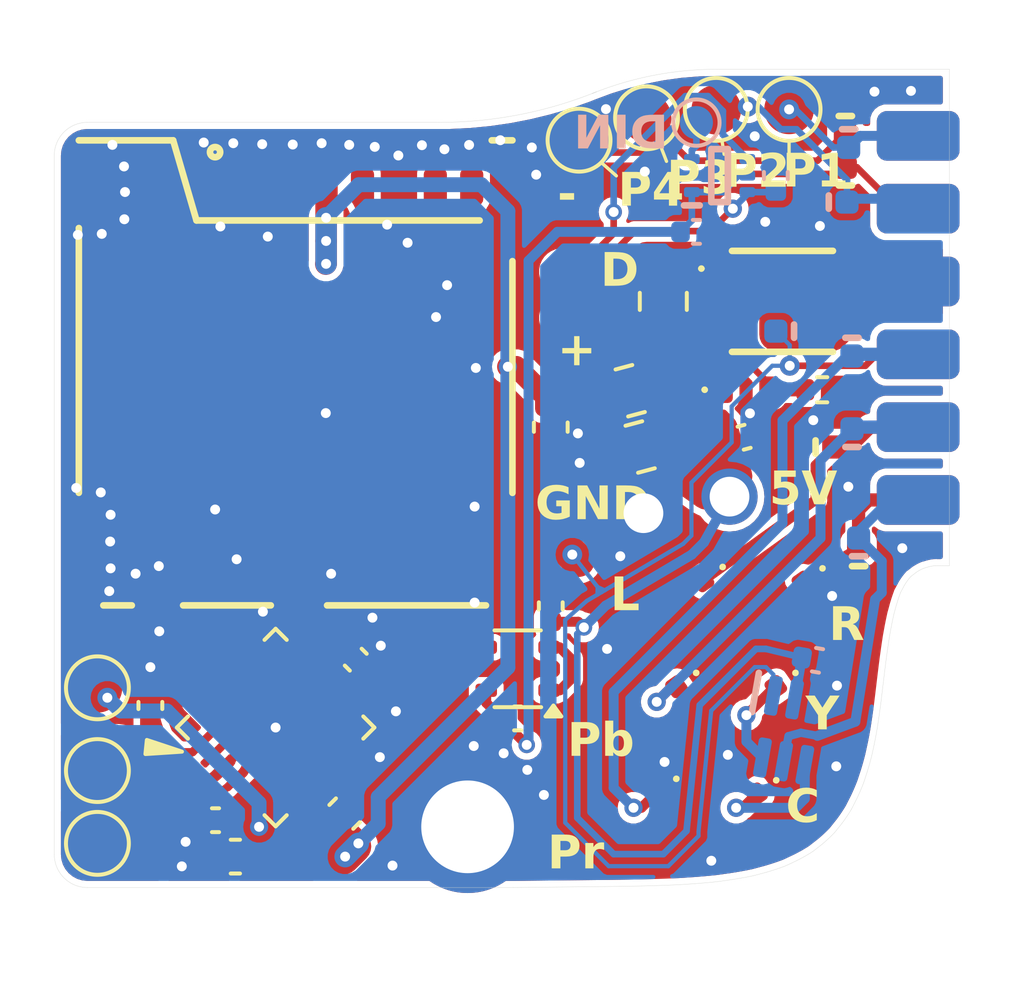
<source format=kicad_pcb>
(kicad_pcb
	(version 20241229)
	(generator "pcbnew")
	(generator_version "9.0")
	(general
		(thickness 0.6)
		(legacy_teardrops no)
	)
	(paper "A4")
	(layers
		(0 "F.Cu" signal)
		(2 "B.Cu" signal)
		(9 "F.Adhes" user "F.Adhesive")
		(11 "B.Adhes" user "B.Adhesive")
		(13 "F.Paste" user)
		(15 "B.Paste" user)
		(5 "F.SilkS" user "F.Silkscreen")
		(7 "B.SilkS" user "B.Silkscreen")
		(1 "F.Mask" user)
		(3 "B.Mask" user)
		(17 "Dwgs.User" user "User.Drawings")
		(19 "Cmts.User" user "User.Comments")
		(21 "Eco1.User" user "User.Eco1")
		(23 "Eco2.User" user "User.Eco2")
		(25 "Edge.Cuts" user)
		(27 "Margin" user)
		(31 "F.CrtYd" user "F.Courtyard")
		(29 "B.CrtYd" user "B.Courtyard")
		(35 "F.Fab" user)
		(33 "B.Fab" user)
		(39 "User.1" user)
		(41 "User.2" user)
		(43 "User.3" user)
		(45 "User.4" user)
		(47 "User.5" user)
		(49 "User.6" user)
		(51 "User.7" user)
		(53 "User.8" user)
		(55 "User.9" user)
	)
	(setup
		(stackup
			(layer "F.SilkS"
				(type "Top Silk Screen")
			)
			(layer "F.Paste"
				(type "Top Solder Paste")
			)
			(layer "F.Mask"
				(type "Top Solder Mask")
				(thickness 0.01)
			)
			(layer "F.Cu"
				(type "copper")
				(thickness 0.035)
			)
			(layer "dielectric 1"
				(type "core")
				(thickness 0.51)
				(material "FR4")
				(epsilon_r 4.5)
				(loss_tangent 0.02)
			)
			(layer "B.Cu"
				(type "copper")
				(thickness 0.035)
			)
			(layer "B.Mask"
				(type "Bottom Solder Mask")
				(thickness 0.01)
			)
			(layer "B.Paste"
				(type "Bottom Solder Paste")
			)
			(layer "B.SilkS"
				(type "Bottom Silk Screen")
			)
			(copper_finish "None")
			(dielectric_constraints no)
		)
		(pad_to_mask_clearance 0)
		(allow_soldermask_bridges_in_footprints no)
		(tenting front back)
		(aux_axis_origin 158.127131 122.98023)
		(grid_origin 145.640041 102.704906)
		(pcbplotparams
			(layerselection 0x00000000_00000000_000010fc_ffffffff)
			(plot_on_all_layers_selection 0x00000000_00000000_00000000_00000000)
			(disableapertmacros no)
			(usegerberextensions no)
			(usegerberattributes yes)
			(usegerberadvancedattributes yes)
			(creategerberjobfile yes)
			(dashed_line_dash_ratio 12.000000)
			(dashed_line_gap_ratio 3.000000)
			(svgprecision 4)
			(plotframeref no)
			(mode 1)
			(useauxorigin no)
			(hpglpennumber 1)
			(hpglpenspeed 20)
			(hpglpendiameter 15.000000)
			(pdf_front_fp_property_popups yes)
			(pdf_back_fp_property_popups yes)
			(pdf_metadata yes)
			(pdf_single_document no)
			(dxfpolygonmode yes)
			(dxfimperialunits yes)
			(dxfusepcbnewfont yes)
			(psnegative no)
			(psa4output no)
			(plot_black_and_white yes)
			(plotinvisibletext no)
			(sketchpadsonfab no)
			(plotpadnumbers no)
			(hidednponfab no)
			(sketchdnponfab yes)
			(crossoutdnponfab yes)
			(subtractmaskfromsilk no)
			(outputformat 1)
			(mirror no)
			(drillshape 0)
			(scaleselection 1)
			(outputdirectory "C:/Users/mksmith/Downloads/kawaiiSD/")
		)
	)
	(net 0 "")
	(net 1 "GND")
	(net 2 "Net-(U1-VDD)")
	(net 3 "SD_VCC")
	(net 4 "Net-(U1-SDREG)")
	(net 5 "SD_D0")
	(net 6 "SD_D3")
	(net 7 "SD_CLK")
	(net 8 "SD_D1")
	(net 9 "SD_D2")
	(net 10 "SD_CMD")
	(net 11 "D+")
	(net 12 "D-")
	(net 13 "+3.3V")
	(net 14 "+5V")
	(net 15 "Pr")
	(net 16 "Pb")
	(net 17 "Y{slash}CVBS")
	(net 18 "P1")
	(net 19 "P2")
	(net 20 "P4")
	(net 21 "P3")
	(net 22 "AUDIO_R")
	(net 23 "AUDIO_L")
	(net 24 "Mode")
	(net 25 "Net-(Z1-K)")
	(net 26 "Net-(Q1-G)")
	(net 27 "+1V8_ALW")
	(net 28 "RGB_IN")
	(net 29 "RGB_OUT")
	(net 30 "unconnected-(U3-NC-Pad4)")
	(net 31 "VIN")
	(net 32 "Y")
	(net 33 "CVBS")
	(footprint "SamacSys_Parts:oval_tp" (layer "F.Cu") (at 161.240041 106.204906 180))
	(footprint "TestPoint:TestPoint_Pad_D1.5mm" (layer "F.Cu") (at 167.840041 101.304906 -90))
	(footprint "Package_TO_SOT_SMD:SOT-353_SC-70-5" (layer "F.Cu") (at 159.640041 118.204906 180))
	(footprint "SamacSys_Parts:DIONC1006X55N" (layer "F.Cu") (at 168.640041 111.504906))
	(footprint "TestPoint:TestPoint_Pad_D1.5mm" (layer "F.Cu") (at 161.494403 102.235145 -90))
	(footprint "TestPoint:TestPoint_Pad_D1.5mm" (layer "F.Cu") (at 146.943248 123.48023 180))
	(footprint "SamacSys_Parts:CONMHF4SMDGT" (layer "F.Cu") (at 163.040041 122.504906 125))
	(footprint "SamacSys_Parts:BZT52C12TTP" (layer "F.Cu") (at 166.540041 109.774906))
	(footprint "Capacitor_SMD:C_0402_1005Metric" (layer "F.Cu") (at 160.640041 116.304906 90))
	(footprint "SamacSys_Parts:CONMHF4SMDGT" (layer "F.Cu") (at 166.057816 122.547726 125))
	(footprint "SamacSys_Parts:oval_tp" (layer "F.Cu") (at 161.240041 107.604906 180))
	(footprint "Capacitor_SMD:C_0603_1608Metric" (layer "F.Cu") (at 154.411014 122.58023 45))
	(pad "2" smd roundrect
		(at 0.775 0 45)
		(size 0.9 0.95)
		(layers "F.Cu" "F.Mask" "F.Paste")
		(roundrect_rratio 0.25)
		(net 1 "GND")
		(pintype "passive")
		(teardrops
			(best_length_ratio 0.5)
			(max_length 1)
			(best_width_ratio 1)
			(max_width 2)
			(curved_edges yes)filter_ratio 0.9)
		(enabled yes)
		(allow_two_segments yes)
		(prefer_zone_connections yes)
	)
	(uuid "86d25129-dd50-4384-9554-54135d9db683")
)
(embedded_fonts no)
(model "${KICAD8_3DMODEL_DIR}/Capacitor_SMD.3dshapes/C_0603_1608Metric.wrl"
	(offset
		(xyz 0 0 0)
	)
	(scale
		(xyz 1 1 1)
	)
	(rotate
		(xyz 0 0 0)
	)
)
)
(footprint "SamacSys_Parts:pogopad" (layer "F.Cu") (at 171.740041 106.504906))
(footprint "SamacSys_Parts:SQS401ENT1_BE3" (layer "F.Cu") (at 167.640041 107.104906))
(footprint "Capacitor_SMD:C_0402_1005Metric" (layer "F.Cu") (at 154.747979 117.92997 -45))
(pad "2" smd roundrect
	(at 0.48 0 315)
	(size 0.56 0.62)
	(layers "F.Cu" "F.Mask" "F.Paste")
	(roundrect_rratio 0.25)
	(net 1 "GND")
	(pintype "passive")
	(teardrops
		(best_length_ratio 0.5)
		(max_length 1)
		(best_width_ratio 1)
		(max_width 2)
		(curved_edges yes)filter_ratio 0.9)
	(enabled yes)
	(allow_two_segments yes)
	(prefer_zone_connections yes)
)
(uuid "6161fbc6-8672-460d-9fc8-fc513df02463")
)
(embedded_fonts no)
(model "${KICAD8_3DMODEL_DIR}/Capacitor_SMD.3dshapes/C_0402_1005Metric.wrl"
	(offset
		(xyz 0 0 0)
	)
	(scale
		(xyz 1 1 1)
	)
	(rotate
		(xyz 0 0 0)
	)
)
)
(footprint "SamacSys_Parts:DIONC1006X55N" (layer "F.Cu") (at 169.540041 101.504906 90))
(footprint "Capacitor_SMD:C_0402_1005Metric" (layer "F.Cu") (at 166.481633 111.210003 15))
(footprint "SamacSys_Parts:oval_tp" (layer "F.Cu") (at 161.240041 104.804906 180))
(footprint "SamacSys_Parts:DIONC1006X55N" (layer "F.Cu") (at 169.940041 115.104906 90))
(footprint "TestPoint:TestPoint_Pad_D1.5mm" (layer "F.Cu") (at 163.533275 101.559043 -90))
(footprint "SamacSys_Parts:pogopad" (layer "F.Cu") (at 171.740041 113.104906))
(footprint "Package_DFN_QFN:HVQFN-24-1EP_4x4mm_P0.5mm_EP2.5x2.5mm" (layer "F.Cu") (at 152.327131 119.98023 45))
(pad "" smd roundrect
	(at -0.625 0.625 45)
	(size 1.01 1.01)
	(layers "F.Paste")
	(roundrect_rratio 0.247525)
	(teardrops
		(best_length_ratio 0.5)
		(max_length 1)
		(best_width_ratio 1)
		(max_width 2)
		(curved_edges yes)filter_ratio 0.9)
	(enabled yes)
	(allow_two_segments yes)
	(prefer_zone_connections yes)
)
(uuid "f5aa3d5f-5866-49bd-91fe-61e9810a41f6")
)
(pad "" smd roundrect
	(at 0.625 -0.625 45)
	(size 1.01 1.01)
	(layers "F.Paste")
	(roundrect_rratio 0.247525)
	(teardrops
		(best_length_ratio 0.5)
		(max_length 1)
		(best_width_ratio 1)
		(max_width 2)
		(curved_edges yes)filter_ratio 0.9)
	(enabled yes)
	(allow_two_segments yes)
	(prefer_zone_connections yes)
)
(uuid "e650ce60-24d6-4eac-b397-6e2aad5dac1c")
)
(pad "" smd roundrect
	(at 0.625 0.625 45)
	(size 1.01 1.01)
	(layers "F.Paste")
	(roundrect_rratio 0.247525)
	(teardrops
		(best_length_ratio 0.5)
		(max_length 1)
		(best_width_ratio 1)
		(max_width 2)
		(curved_edges yes)filter_ratio 0.9)
	(enabled yes)
	(allow_two_segments yes)
	(prefer_zone_connections yes)
)
(uuid "697031f3-78eb-4b0a-b21a-bb90558b827e")
)
(pad "1" smd roundrect
	(at -1.9375 -1.25 45)
	(size 0.875 0.25)
	(layers "F.Cu" "F.Mask" "F.Paste")
	(roundrect_rratio 0.25)
	(net 2 "Net-(U1-VDD)")
	(pinfunction "VDD")
	(pintype "input")
	(teardrops
		(best_length_ratio 0.5)
		(max_length 1)
		(best_width_ratio 1)
		(max_width 2)
		(curved_edges yes)filter_ratio 0.9)
	(enabled yes)
	(allow_two_segments yes)
	(prefer_zone_connections yes)
)
(uuid "c28568d5-0b25-40ef-8c59-458ca5160a06")
)
(pad "2" smd roundrect
	(at -1.937499 -0.75 45)
	(size 0.875 0.25)
	(layers "F.Cu" "F.Mask" "F.Paste")
	(roundrect_rratio 0.25)
	(teardrops
		(best_length_ratio 0.5)
		(max_length 1)
		(best_width_ratio 1)
		(max_width 2)
		(curved_edges yes)filter_ratio 0.9)
	(enabled yes)
	(allow_two_segments yes)
	(prefer_zone_connections yes)
)
(uuid "566eed48-3b79-43ef-927a-f91e23f0e994")
)
(pad "3" smd roundrect
	(at -1.9375 -0.25 45)
	(size 0.875 0.25)
	(layers "F.Cu" "F.Mask" "F.Paste")
	(roundrect_rratio 0.25)
	(net 12 "D-")
	(pinfunction "D-")
	(pintype "input")
	(teardrops
		(best_length_ratio 0.5)
		(max_length 1)
		(best_width_ratio 1)
		(max_width 2)
		(curved_edges yes)filter_ratio 0.9)
	(enabled yes)
	(allow_two_segments yes)
	(prefer_zone_connections yes)
)
(uuid "fa81e15f-6909-464c-822b-e796c8b26375")
)
(pad "4" smd roundrect
	(at -1.9375 0.25 45)
	(size 0.875 0.25)
	(layers "F.Cu" "F.Mask" "F.Paste")
	(roundrect_rratio 0.25)
	(net 11 "D+")
	(pinfunction "D+")
	(pintype "input")
	(teardrops
		(best_length_ratio 0.5)
		(max_length 1)
		(best_width_ratio 1)
		(max_width 2)
		(curved_edges yes)filter_ratio 0.9)
	(enabled yes)
	(allow_two_segments yes)
	(prefer_zone_connections yes)
)
(uuid "c11d3bd9-8a62-4279-a192-a60b718e0cb8")
)
(pad "5" smd roundrect
	(at -1.937499 0.75 45)
	(size 0.875 0.25)
	(layers "F.Cu" "F.Mask" "F.Paste")
	(roundrect_rratio 0.25)
	(net 13 "+3.3V")
	(pinfunction "AVDD33")
	(pintype "input")
	(teardrops
		(best_length_ratio 0.5)
		(max_length 1)
		(best_width_ratio 1)
		(max_width 2)
		(curved_edges yes)filter_ratio 0.9)
	(enabled yes)
	(allow_two_segments yes)
	(prefer_zone_connections yes)
)
(uuid "5b85e7be-3bc8-4c2a-80f1-975f7bddda0c")
)
(pad "6" smd roundrect
	(at -1.9375 1.25 45)
	(size 0.875 0.25)
	(layers "F.Cu" "F.Mask" "F.Paste")
	(roundrect_rratio 0.25)
	(net 13 "+3.3V")
	(pinfunction "DVDD33")
	(pintype "input")
	(teardrops
		(best_length_ratio 0.5)
		(max_length 1)
		(best_width_ratio 1)
		(max_width 2)
		(curved_edges yes)filter_ratio 0.9)
	(enabled yes)
	(allow_two_segments yes)
	(prefer_zone_connections yes)
)
(uuid "e2e32ed7-0061-4731-b69a-1770b3c892da")
)
(pad "7" smd roundrect
	(at -1.25 1.9375 45)
	(size 0.25 0.875)
	(layers "F.Cu" "F.Mask" "F.Paste")
	(roundrect_rratio 0.25)
	(net 3 "SD_VCC")
	(pinfunction "SD_VCC")
	(pintype "input")
	(teardrops
		(best_length_ratio 0.5)
		(max_length 1)
		(best_width_ratio 1)
		(max_width 2)
		(curved_edges yes)filter_ratio 0.9)
	(enabled yes)
	(allow_two_segments yes)
	(prefer_zone_connections yes)
)
(uuid "9efb7423-991c-4606-975d-79cef0d80dcd")
)
(pad "8" smd roundrect
	(at -0.75 1.937499 45)
	(size 0.25 0.875)
	(layers "F.Cu" "F.Mask" "F.Paste")
	(roundrect_rratio 0.25)
	(teardrops
		(best_length_ratio 0.5)
		(max_length 1)
		(best_width_ratio 1)
		(max_width 2)
		(curved_edges yes)filter_ratio 0.9)
	(enabled yes)
	(allow_two_segments yes)
	(prefer_zone_connections yes)
)
(uuid "c088261f-9487-493f-8a2a-e4695022a15d")
)
(pad "9" smd roundrect
	(at -0.25 1.9375 45)
	(size 0.25 0.875)
	(layers "F.Cu" "F.Mask" "F.Paste")
	(roundrect_rratio 0.25)
	(net 1 "GND")
	(pinfunction "PIO5")
	(pintype "input")
	(teardrops
		(best_length_ratio 0.5)
		(max_length 1)
		(best_width_ratio 1)
		(max_width 2)
		(curved_edges yes)filter_ratio 0.9)
	(enabled yes)
	(allow_two_segments yes)
	(prefer_zone_connections yes)
)
(uuid "78e37ff9-3f3f-4bc5-a9ab-88470cb33693")
)
(pad "10" smd roundrect
	(at 0.25 1.9375 45)
	(size 0.25 0.875)
	(layers "F.Cu" "F.Mask" "F.Paste")
	(roundrect_rratio 0.25)
	(net 1 "GND")
	(pinfunction "SD_CDZ")
	(pintype "input")
	(teardrops
		(best_length_ratio 0.5)
		(max_length 1)
		(best_width_ratio 1)
		(max_width 2)
		(curved_edges yes)filter_ratio 0.9)
	(enabled yes)
	(allow_two_segments yes)
	(prefer_zone_connections yes)
)
(uuid "ce2e09fc-5d7c-444c-b021-f6f87464a363")
)
(pad "11" smd roundrect
	(at 0.75 1.937499 45)
	(size 0.25 0.875)
	(layers "F.Cu" "F.Mask" "F.Paste")
	(roundrect_rratio 0.25)
	(net 1 "GND")
	(pinfunction "SD_WP")
	(pintype "input")
	(teardrops
		(best_length_ratio 0.5)
		(max_length 1)
		(best_width_ratio 1)
		(max_width 2)
		(curved_edges yes)filter_ratio 0.9)
	(enabled yes)
	(allow_two_segments yes)
	(prefer_zone_connections yes)
)
(uuid "9c90b30a-e698-41ba-a878-7e170c0e609b")
)
(pad "12" smd roundrect
	(at 1.25 1.9375 45)
	(size 0.25 0.875)
	(layers "F.Cu" "F.Mask" "F.Paste")
	(roundrect_rratio 0.25)
	(net 8 "SD_D1")
	(pinfunction "SD_D1")
	(pintype "input")
	(teardrops
		(best_length_ratio 0.5)
		(max_length 1)
		(best_width_ratio 1)
		(max_width 2)
		(curved_edges yes)filter_ratio 0.9)
	(enabled yes)
	(allow_two_segments yes)
	(prefer_zone_connections yes)
)
(uuid "38841ff8-634e-4548-91fe-0dd5d2cf785d")
)
(pad "13" smd roundrect
	(at 1.9375 1.25 45)
	(size 0.875 0.25)
	(layers "F.Cu" "F.Mask" "F.Paste")
	(roundrect_rratio 0.25)
	(net 5 "SD_D0")
	(pinfunction "SD_D0")
	(pintype "input")
	(teardrops
		(best_length_ratio 0.5)
		(max_length 1)
		(best_width_ratio 1)
		(max_width 2)
		(curved_edges yes)filter_ratio 0.9)
	(enabled yes)
	(allow_two_segments yes)
	(prefer_zone_connections yes)
)
(uuid "10bb2697-e4f3-4e71-b038-9e8de63c3b50")
)
(pad "14" smd roundrect
	(at 1.937499 0.75 45)
	(size 0.875 0.25)
	(layers "F.Cu" "F.Mask" "F.Paste")
	(roundrect_rratio 0.25)
	(net 1 "GND")
	(pinfunction "PIO0")
	(pintype "input")
	(teardrops
		(best_length_ratio 0.5)
		(max_length 1)
		(best_width_ratio 1)
		(max_width 2)
		(curved_edges yes)filter_ratio 0.9)
	(enabled yes)
	(allow_two_segments yes)
	(prefer_zone_connections yes)
)
(uuid "2ccce082-5d6e-45be-9e24-56818c2f10e2")
)
(pad "15" smd roundrect
	(at 1.9375 0.25 45)
	(size 0.875 0.25)
	(layers "F.Cu" "F.Mask" "F.Paste")
	(roundrect_rratio 0.25)
	(teardrops
		(best_length_ratio 0.5)
		(max_length 1)
		(best_width_ratio 1)
		(max_width 2)
		(curved_edges yes)filter_ratio 0.9)
	(enabled yes)
	(allow_two_segments yes)
	(prefer_zone_connections yes)
)
(uuid "772121ba-2c1e-4c2e-8381-92cacf847540")
)
(pad "16" smd roundrect
	(at 1.9375 -0.25 45)
	(size 0.875 0.25)
	(layers "F.Cu" "F.Mask" "F.Paste")
	(roundrect_rratio 0.25)
	(net 4 "Net-(U1-SDREG)")
	(pinfunction "SDREG")
	(pintype "input")
	(teardrops
		(best_length_ratio 0.5)
		(max_length 1)
		(best_width_ratio 1)
		(max_width 2)
		(curved_edges yes)filter_ratio 0.9)
	(enabled yes)
	(allow_two_segments yes)
	(prefer_zone_connections yes)
)
(uuid "96e9021a-0129-4323-83f7-23ddf5ded12b")
)
(pad "17" smd roundrect
	(at 1.937499 -0.75 45)
	(size 0.875 0.25)
	(layers "F.Cu" "F.Mask" "F.Paste")
	(roundrect_rratio 0.25)
	(teardrops
		(best_length_ratio 0.5)
		(max_length 1)
		(best_width_ratio 1)
		(max_width 2)
		(curved_edges yes)filter_ratio 0.9)
	(enabled yes)
	(allow_two_segments yes)
	(prefer_zone_connections yes)
)
(uuid "244fe3d3-a8b9-44c4-9159-69d51c6c0c99")
)
(pad "18" smd roundrect
	(at 1.9375 -1.25 45)
	(size 0.875 0.25)
	(layers "F.Cu" "F.Mask" "F.Paste")
	(roundrect_rratio 0.25)
	(net 7 "SD_CLK")
	(pinfunction "SD_CLK")
	(pintype "input")
	(teardrops
		(best_length_ratio 0.5)
		(max_length 1)
		(best_width_ratio 1)
		(max_width 2)
		(curved_edges yes)filter_ratio 0.9)
	(enabled yes)
	(allow_two_segments yes)
	(prefer_zone_connections yes)
)
(uuid "fac99c56-c27c-437a-a2de-827d1d4e1729")
)
(pad "19" smd roundrect
	(at 1.25 -1.9375 45)
	(size 0.25 0.875)
	(layers "F.Cu" "F.Mask" "F.Paste")
	(roundrect_rratio 0.25)
	(teardrops
		(best_length_ratio 0.5)
		(max_length 1)
		(best_width_ratio 1)
		(max_width 2)
		(curved_edges yes)filter_ratio 0.9)
	(enabled yes)
	(allow_two_segments yes)
	(prefer_zone_connections yes)
)
(uuid "bb847425-827a-44b3-bdea-7f7d992a7d6a")
)
(pad "20" smd roundrect
	(at 0.75 -1.937499 45)
	(size 0.25 0.875)
	(layers "F.Cu" "F.Mask" "F.Paste")
	(roundrect_rratio 0.25)
	(net 10 "SD_CMD")
	(pinfunction "SD_CMD")
	(pintype "input")
	(teardrops
		(best_length_ratio 0.5)
		(max_length 1)
		(best_width_ratio 1)
		(max_width 2)
		(curved_edges yes)filter_ratio 0.9)
	(enabled yes)
	(allow_two_segments yes)
	(prefer_zone_connections yes)
)
(uuid "6bede887-b2c7-4124-9731-20b1f0c265f6")
)
(pad "21" smd roundrect
	(at 0.25 -1.9375 45)
	(size 0.25 0.875)
	(layers "F.Cu" "F.Mask" "F.Paste")
	(roundrect_rratio 0.25)
	(teardrops
		(best_length_ratio 0.5)
		(max_length 1)
		(best_width_ratio 1)
		(max_width 2)
		(curved_edges yes)filter_ratio 0.9)
	(enabled yes)
	(allow_two_segments yes)
	(prefer_zone_connections yes)
)
(uuid "661f4799-d34f-4e8e-8b9f-32b59603b773")
)
(pad "22" smd roundrect
	(at -0.25 -1.9375 45)
	(size 0.25 0.875)
	(layers "F.Cu" "F.Mask" "F.Paste")
	(roundrect_rratio 0.25)
	(net 6 "SD_D3")
	(pinfunction "SD_D3")
	(pintype "input")
	(teardrops
		(best_length_ratio 0.5)
		(max_length 1)
		(best_width_ratio 1)
		(max_width 2)
		(curved_edges yes)filter_ratio 0.9)
	(enabled yes)
	(allow_two_segments yes)
	(prefer_zone_connections yes)
)
(uuid "a429cbe0-e496-4a4c-9cff-0a4a5683c9f0")
)
(pad "23" smd roundrect
	(at -0.75 -1.937499 45)
	(size 0.25 0.875)
	(layers "F.Cu" "F.Mask" "F.Paste")
	(roundrect_rratio 0.25)
	(net 9 "SD_D2")
	(pinfunction "SD_D2")
	(pintype "input")
	(teardrops
		(best_length_ratio 0.5)
		(max_length 1)
		(best_width_ratio 1)
		(max_width 2)
		(curved_edges yes)filter_ratio 0.9)
	(enabled yes)
	(allow_two_segments yes)
	(prefer_zone_connections yes)
)
(uuid "4c6af362-51b2-4692-aff6-078813ffb2ed")
)
(pad "24" smd roundrect
	(at -1.25 -1.9375 45)
	(size 0.25 0.875)
	(layers "F.Cu" "F.Mask" "F.Paste")
	(roundrect_rratio 0.25)
	(teardrops
		(best_length_ratio 0.5)
		(max_length 1)
		(best_width_ratio 1)
		(max_width 2)
		(curved_edges yes)filter_ratio 0.9)
	(enabled yes)
	(allow_two_segments yes)
	(prefer_zone_connections yes)
)
(uuid "c16fc079-435e-4099-8f9f-40ed77101f08")
)
(pad "25" smd roundrect
	(at 0 0 45)
	(size 2.5 2.5)
	(property pad_prop_heatsink)
	(layers "F.Cu" "F.Mask")
	(roundrect_rratio 0.075)
	(net 1 "GND")
	(pinfunction "EP")
	(pintype "input")
	(zone_connect 2)
	(teardrops
		(best_length_ratio 0.5)
		(max_length 1)
		(best_width_ratio 1)
		(max_width 2)
		(curved_edges yes)filter_ratio 0.9)
	(enabled yes)
	(allow_two_segments yes)
	(prefer_zone_connections yes)
)
(uuid "3ef48b75-f2df-4dd0-bf72-117df550c0af")
)
(embedded_fonts no)
(model "${KICAD8_3DMODEL_DIR}/Package_DFN_QFN.3dshapes/Texas_RTW_WQFN-24-1EP_4x4mm_P0.5mm_EP2.7x2.7mm.step"
	(offset
		(xyz 0 0 0)
	)
	(scale
		(xyz 1 1 1)
	)
	(rotate
		(xyz 0 0 0)
	)
)
)
(footprint "TestPoint:TestPoint_Pad_D1.5mm" (layer "F.Cu") (at 146.943248 121.28023 180))
(footprint "SamacSys_Parts:CONMHF4SMDGT" (layer "F.Cu") (at 166.640041 119.304906 125))
(footprint "TestPoint:TestPoint_Pad_D1.5mm" (layer "F.Cu") (at 146.943248 118.78023 90))
(footprint "TestPoint:TestPoint_Pad_D1.5mm" (layer "F.Cu") (at 165.640041 101.304906 -90))
(footprint "Capacitor_SMD:C_0402_1005Metric" (layer "F.Cu") (at 159.640041 119.704906))
(footprint "SamacSys_Parts:pogopad" (layer "F.Cu") (at 171.740041 104.304906))
(footprint "SamacSys_Parts:CONMHF4SMDGT" (layer "F.Cu") (at 167.457816 116.147726 125))
(footprint "SamacSys_Parts:pogopad" (layer "F.Cu") (at 171.740041 110.904906))
(footprint "SamacSys_Parts:pogopad" (layer "F.Cu") (at 171.740041 102.104906))
(footprint "SamacSys_Parts:503398-1892" (layer "F.Cu") (at 146.382131 102.24023))
(pad "2" smd roundrect
	(at 5.27 1.4)
	(size 0.7 1.1)
	(layers "F.Cu" "F.Mask" "F.Paste")
	(roundrect_rratio 0.25)
	(net 6 "SD_D3")
	(pinfunction "CD/DAT3")
	(pintype "passive")
	(teardrops
		(best_length_ratio 0.5)
		(max_length 1)
		(best_width_ratio 1)
		(max_width 2)
		(curved_edges yes)filter_ratio 0.9)
	(enabled yes)
	(allow_two_segments yes)
	(prefer_zone_connections yes)
)
(uuid "42a7383d-ce5d-48d2-a6e0-3dbfadcd73c9")
)
(pad "3" smd roundrect
	(at 6.37 1.4)
	(size 0.7 1.1)
	(layers "F.Cu" "F.Mask" "F.Paste")
	(roundrect_rratio 0.25)
	(net 10 "SD_CMD")
	(pinfunction "CMD")
	(pintype "passive")
	(teardrops
		(best_length_ratio 0.5)
		(max_length 1)
		(best_width_ratio 1)
		(max_width 2)
		(curved_edges yes)filter_ratio 0.9)
	(enabled yes)
	(allow_two_segments yes)
	(prefer_zone_connections yes)
)
(uuid "ce0a7b5a-2383-4456-b6f6-1e203754d261")
)
(pad "4" smd roundrect
	(at 7.47 1.4)
	(size 0.7 1.1)
	(layers "F.Cu" "F.Mask" "F.Paste")
	(roundrect_rratio 0.25)
	(net 3 "SD_VCC")
	(pinfunction "VDD")
	(pintype "passive")
	(teardrops
		(best_length_ratio 0.5)
		(max_length 1)
		(best_width_ratio 1)
		(max_width 2)
		(curved_edges yes)filter_ratio 0.9)
	(enabled yes)
	(allow_two_segments yes)
	(prefer_zone_connections yes)
)
(uuid "be201349-33db-49e6-999c-0f70690ebf91")
)
(pad "5" smd roundrect
	(at 8.57 1.4)
	(size 0.7 1.1)
	(layers "F.Cu" "F.Mask" "F.Paste")
	(roundrect_rratio 0.25)
	(net 7 "SD_CLK")
	(pinfunction "CLK")
	(pintype "passive")
	(teardrops
		(best_length_ratio 0.5)
		(max_length 1)
		(best_width_ratio 1)
		(max_width 2)
		(curved_edges yes)filter_ratio 0.9)
	(enabled yes)
	(allow_two_segments yes)
	(prefer_zone_connections yes)
)
(uuid "49b64764-fd7a-4477-8900-c553519afff5")
)
(pad "6" smd roundrect
	(at 9.67 1.4)
	(size 0.7 1.1)
	(layers "F.Cu" "F.Mask" "F.Paste")
	(roundrect_rratio 0.25)
	(net 1 "GND")
	(pinfunction "VSS")
	(pintype "passive")
	(teardrops
		(best_length_ratio 0.5)
		(max_length 1)
		(best_width_ratio 1)
		(max_width 2)
		(curved_edges yes)filter_ratio 0.9)
	(enabled yes)
	(allow_two_segments yes)
	(prefer_zone_connections yes)
)
(uuid "372d85c4-00a7-47f9-ab60-c1892e81d09a")
)
(pad "7" smd roundrect
	(at 10.77 1.4)
	(size 0.7 1.1)
	(layers "F.Cu" "F.Mask" "F.Paste")
	(roundrect_rratio 0.25)
	(net 5 "SD_D0")
	(pinfunction "DAT0")
	(pintype "passive")
	(teardrops
		(best_length_ratio 0.5)
		(max_length 1)
		(best_width_ratio 1)
		(max_width 2)
		(curved_edges yes)filter_ratio 0.9)
	(enabled yes)
	(allow_two_segments yes)
	(prefer_zone_connections yes)
)
(uuid "1aa00b50-d6f9-45a9-a6dc-4203a1081f85")
)
(pad "8" smd roundrect
	(at 11.87 1.4)
	(size 0.7 1.1)
	(layers "F.Cu" "F.Mask" "F.Paste")
	(roundrect_rratio 0.25)
	(net 8 "SD_D1")
	(pinfunction "DAT1")
	(pintype "passive")
	(teardrops
		(best_length_ratio 0.5)
		(max_length 1)
		(best_width_ratio 1)
		(max_width 2)
		(curved_edges yes)filter_ratio 0.9)
	(enabled yes)
	(allow_two_segments yes)
	(prefer_zone_connections yes)
)
(uuid "b5ff9e4e-0495-412c-ae3f-883965dfa64b")
)
(pad "9" smd roundrect
	(at 2.38 13.865)
	(size 0.9 0.93)
	(layers "F.Cu" "F.Mask" "F.Paste")
	(roundrect_rratio 0.25)
	(net 1 "GND")
	(pinfunction "DETECT_LEVER")
	(pintype "passive")
	(teardrops
		(best_length_ratio 0.5)
		(max_length 1)
		(best_width_ratio 1)
		(max_width 2)
		(curved_edges yes)filter_ratio 0.9)
	(enabled yes)
	(allow_two_segments yes)
	(prefer_zone_connections yes)
)
(uuid "03613109-f70a-4333-acbd-9c09915b7fc4")
)
(pad "10" smd roundrect
	(at 6.645 13.94 90)
	(size 0.78 1.05)
	(layers "F.Cu" "F.Mask" "F.Paste")
	(roundrect_rratio 0.25)
	(net 1 "GND")
	(pinfunction "DETECT_SWITCH")
	(pintype "passive")
	(teardrops
		(best_length_ratio 0.5)
		(max_length 1)
		(best_width_ratio 1)
		(max_width 2)
		(curved_edges yes)filter_ratio 0.9)
	(enabled yes)
	(allow_two_segments yes)
	(prefer_zone_connections yes)
)
(uuid "8cc0924d-ccb3-4d9d-82a4-30ca7dbeb505")
)
(pad "11" smd roundrect
	(at 13.03 12.665)
	(size 0.7 3.33)
	(layers "F.Cu" "F.Mask" "F.Paste")
	(roundrect_rratio 0.25)
	(net 1 "GND")
	(teardrops
		(best_length_ratio 0.5)
		(max_length 1)
		(best_width_ratio 1)
		(max_width 2)
		(curved_edges yes)filter_ratio 0.9)
	(enabled yes)
	(allow_two_segments yes)
	(prefer_zone_connections yes)
)
(uuid "0e2d047f-adc9-4a88-a4c6-522d7d5249f6")
)
(pad "12" smd roundrect
	(at 12.95 1.9)
	(size 0.86 2.8)
	(layers "F.Cu" "F.Mask" "F.Paste")
	(roundrect_rratio 0.25)
	(net 1 "GND")
	(teardrops
		(best_length_ratio 0.5)
		(max_length 1)
		(best_width_ratio 1)
		(max_width 2)
		(curved_edges yes)filter_ratio 0.9)
	(enabled yes)
	(allow_two_segments yes)
	(prefer_zone_connections yes)
)
(uuid "a28921f5-b7f2-4d37-bd40-6a3a0962d429")
)
(pad "13" smd roundrect
	(at 0.29 1.415)
	(size 1.14 1.83)
	(layers "F.Cu" "F.Mask" "F.Paste")
	(roundrect_rratio 0.25)
	(net 1 "GND")
	(teardrops
		(best_length_ratio 0.5)
		(max_length 1)
		(best_width_ratio 1)
		(max_width 2)
		(curved_edges yes)filter_ratio 0.9)
	(enabled yes)
	(allow_two_segments yes)
	(prefer_zone_connections yes)
)
(uuid "2179d200-e10f-42c0-b97c-9ac0972e9a17")
)
(pad "14" smd roundrect
	(at 0.07 12.665)
	(size 0.7 3.33)
	(layers "F.Cu" "F.Mask" "F.Paste")
	(roundrect_rratio 0.25)
	(net 1 "GND")
	(teardrops
		(best_length_ratio 0.5)
		(max_length 1)
		(best_width_ratio 1)
		(max_width 2)
		(curved_edges yes)filter_ratio 0.9)
	(enabled yes)
	(allow_two_segments yes)
	(prefer_zone_connections yes)
)
(uuid "9ff3224b-d29c-4a6d-8c9b-2d911b473af5")
)
(embedded_fonts no)
(model "C:\\Users\\mksmith\\Documents\\SamacSys KiCAD\\SamacSys_Parts.3dshapes\\503398-1892.stp"
	(offset
		(xyz 6.550000092 -8.119999764 0.6000000148)
	)
	(scale
		(xyz 1 1 1)
	)
	(rotate
		(xyz 0 0 0)
	)
)
)
(footprint "SamacSys_Parts:oval_tp" (layer "F.Cu") (at 161.290041 114.754906 135))
(footprint "Capacitor_SMD:C_0805_2012Metric" (layer "F.Cu") (at 163.340041 111.504906 -165))
(footprint "Capacitor_SMD:C_0402_1005Metric" (layer "F.Cu") (at 148.543248 119.315159 90))
(pad "2" smd roundrect
	(at 0.48 0 90)
	(size 0.56 0.62)
	(layers "F.Cu" "F.Mask" "F.Paste")
	(roundrect_rratio 0.25)
	(net 1 "GND")
	(pintype "passive")
	(teardrops
		(best_length_ratio 0.5)
		(max_length 1)
		(best_width_ratio 1)
		(max_width 2)
		(curved_edges yes)filter_ratio 0.9)
	(enabled yes)
	(allow_two_segments yes)
	(prefer_zone_connections yes)
)
(uuid "3c3466a6-ffe9-4625-b3dc-af3cd77c4aca")
)
(embedded_fonts no)
(model "${KICAD8_3DMODEL_DIR}/Capacitor_SMD.3dshapes/C_0402_1005Metric.wrl"
	(offset
		(xyz 0 0 0)
	)
	(scale
		(xyz 1 1 1)
	)
	(rotate
		(xyz 0 0 0)
	)
)
)
(footprint "SamacSys_Parts:pogopad" (layer "F.Cu") (at 171.740041 108.704906))
(footprint "Fuse:Fuse_0805_2012Metric" (layer "F.Cu") (at 164.040041 107.104906 -90))
(footprint "SamacSys_Parts:DIONC1006X55N" (layer "F.Cu") (at 169.540041 103.604906 -90))
(footprint "SamacSys_Parts:CONMHF4SMDGT" (layer "F.Cu") (at 164.440041 116.104906 125))
(footprint "Capacitor_SMD:C_0402_1005Metric" (layer "F.Cu") (at 150.511014 122.78023 180))
(pad "2" smd roundrect
	(at 0.48 0 180)
	(size 0.56 0.62)
	(layers "F.Cu" "F.Mask" "F.Paste")
	(roundrect_rratio 0.25)
	(net 1 "GND")
	(pintype "passive")
	(teardrops
		(best_length_ratio 0.5)
		(max_length 1)
		(best_width_ratio 1)
		(max_width 2)
		(curved_edges yes)filter_ratio 0.9)
	(enabled yes)
	(allow_two_segments yes)
	(prefer_zone_connections yes)
)
(uuid "ad4c5510-394a-4814-8848-9750e665ec6f")
)
(embedded_fonts no)
(model "${KICAD8_3DMODEL_DIR}/Capacitor_SMD.3dshapes/C_0402_1005Metric.wrl"
	(offset
		(xyz 0 0 0)
	)
	(scale
		(xyz 1 1 1)
	)
	(rotate
		(xyz 0 0 0)
	)
)
)
(footprint "Capacitor_SMD:C_0603_1608Metric" (layer "F.Cu") (at 160.640041 110.904906 -90))
(footprint "Capacitor_SMD:C_0603_1608Metric" (layer "F.Cu") (at 151.111014 123.88023 180))
(pad "2" smd roundrect
	(at 0.775 0 180)
	(size 0.9 0.95)
	(layers "F.Cu" "F.Mask" "F.Paste")
	(roundrect_rratio 0.25)
	(net 1 "GND")
	(pintype "passive")
	(teardrops
		(best_length_ratio 0.5)
		(max_length 1)
		(best_width_ratio 1)
		(max_width 2)
		(curved_edges yes)filter_ratio 0.9)
	(enabled yes)
	(allow_two_segments yes)
	(prefer_zone_connections yes)
)
(uuid "dff04e9c-7f01-4844-b4fb-6c0e786b3cfb")
)
(embedded_fonts no)
(model "${KICAD8_3DMODEL_DIR}/Capacitor_SMD.3dshapes/C_0603_1608Metric.wrl"
	(offset
		(xyz 0 0 0)
	)
	(scale
		(xyz 1 1 1)
	)
	(rotate
		(xyz 0 0 0)
	)
)
)
(footprint "Capacitor_SMD:C_0805_2012Metric" (layer "F.Cu") (at 163.040041 109.804906 -165))
(footprint "SamacSys_Parts:CONMHF4SMDGT" (layer "F.Cu") (at 163.640041 119.304906 125))
(footprint "Resistor_SMD:R_0402_1005Metric" (layer "F.Cu") (at 168.840041 109.774906))
(footprint "SamacSys_Parts:DIONC1006X55N" (layer "B.Cu") (at 169.640041 101.904906 90))
(footprint "Capacitor_SMD:C_0402_1005Metric" (layer "B.Cu") (at 165.040041 105.004906 180))
(footprint "Capacitor_SMD:C_0402_1005Metric"
	(layer "B.Cu")
	(uuid "10de1a76-b2a6-4a1e-9a2e-c2de9d91d845")
	(at 168.698138 117.948922 -10)
	(descr "Capacitor SMD 0402 (1005 Metric), square (rectangular) end terminal, IPC_7351 nominal, (Body size source: IPC-SM-782 page 76, https://www.pcb-3d.com/wordpress/wp-content/uploads/ipc-sm-782a_amendment_1_and_2.pdf), generated with kicad-footprint-generator")
	(tags "capacitor")
	(property "Reference" "C7"
		(at 0 1.16 170)
		(layer "B.SilkS")
		(hide yes)
		(uuid "dee24555-7003-4ef2-9a61-89243a858c3c")
		(effects
			(font
				(size 1 1)
				(thickness 0.15)
			)
			(justify mirror)
		)
	)
	(property "Value" "0.1μF"
		(at 0 -1.16 170)
		(layer "B.Fab")
		(uuid "d609876a-f340-4ea2-94e1-893c1a3c7358")
		(effects
			(font
				(size 1 1)
				(thickness 0.15)
			)
			(justify mirror)
		)
	)
	(property "Datasheet" ""
		(at 0 0 170)
		(unlocked yes)
		(layer "B.Fab")
		(hide yes)
		(uuid "dab6db06-0f40-40fe-b87c-39e8f646f905")
		(effects
			(font
				(size 1.27 1.27)
				(thickness 0.15)
			)
			(justify mirror)
		)
	)
	(property "Description" "Unpolarized capacitor, small symbol"
		(at 0 0 170)
		(unlocked yes)
		(layer "B.Fab")
		(hide yes)
		(uuid "f3e95030-4f49-42a1-ae7b-89c10f65f46a")
		(effects
			(font
				(size 1.27 1.27)
				(thickness 
... [427218 chars truncated]
</source>
